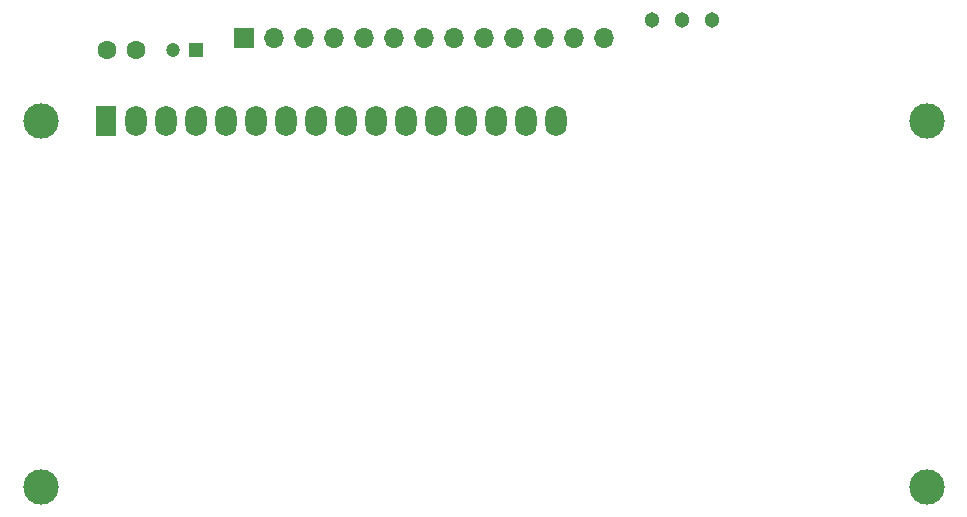
<source format=gbs>
G04 #@! TF.GenerationSoftware,KiCad,Pcbnew,(5.1.10-1-10_14)*
G04 #@! TF.CreationDate,2021-10-29T14:21:52+02:00*
G04 #@! TF.ProjectId,lcd,6c63642e-6b69-4636-9164-5f7063625858,rev?*
G04 #@! TF.SameCoordinates,Original*
G04 #@! TF.FileFunction,Soldermask,Bot*
G04 #@! TF.FilePolarity,Negative*
%FSLAX46Y46*%
G04 Gerber Fmt 4.6, Leading zero omitted, Abs format (unit mm)*
G04 Created by KiCad (PCBNEW (5.1.10-1-10_14)) date 2021-10-29 14:21:52*
%MOMM*%
%LPD*%
G01*
G04 APERTURE LIST*
%ADD10R,1.200000X1.200000*%
%ADD11C,1.200000*%
%ADD12C,1.303000*%
%ADD13O,1.700000X1.700000*%
%ADD14R,1.700000X1.700000*%
%ADD15C,3.000000*%
%ADD16O,1.800000X2.600000*%
%ADD17R,1.800000X2.600000*%
%ADD18C,1.600000*%
G04 APERTURE END LIST*
D10*
X112776000Y-92456000D03*
D11*
X110776000Y-92456000D03*
D12*
X156464000Y-89916000D03*
X153924000Y-89916000D03*
X151384000Y-89916000D03*
D13*
X147320000Y-91440000D03*
X144780000Y-91440000D03*
X142240000Y-91440000D03*
X139700000Y-91440000D03*
X137160000Y-91440000D03*
X134620000Y-91440000D03*
X132080000Y-91440000D03*
X129540000Y-91440000D03*
X127000000Y-91440000D03*
X124460000Y-91440000D03*
X121920000Y-91440000D03*
X119380000Y-91440000D03*
D14*
X116840000Y-91440000D03*
D15*
X174601000Y-98461000D03*
X174600480Y-129461700D03*
X99601900Y-129461700D03*
X99601900Y-98461000D03*
D16*
X143201000Y-98461000D03*
X140661000Y-98461000D03*
X138121000Y-98461000D03*
X135581000Y-98461000D03*
X133041000Y-98461000D03*
X130501000Y-98461000D03*
X127961000Y-98461000D03*
X125421000Y-98461000D03*
X122881000Y-98461000D03*
X120341000Y-98461000D03*
X117801000Y-98461000D03*
X115261000Y-98461000D03*
X112721000Y-98461000D03*
X110181000Y-98461000D03*
X107641000Y-98461000D03*
D17*
X105101000Y-98461000D03*
D18*
X105196000Y-92456000D03*
X107696000Y-92456000D03*
M02*

</source>
